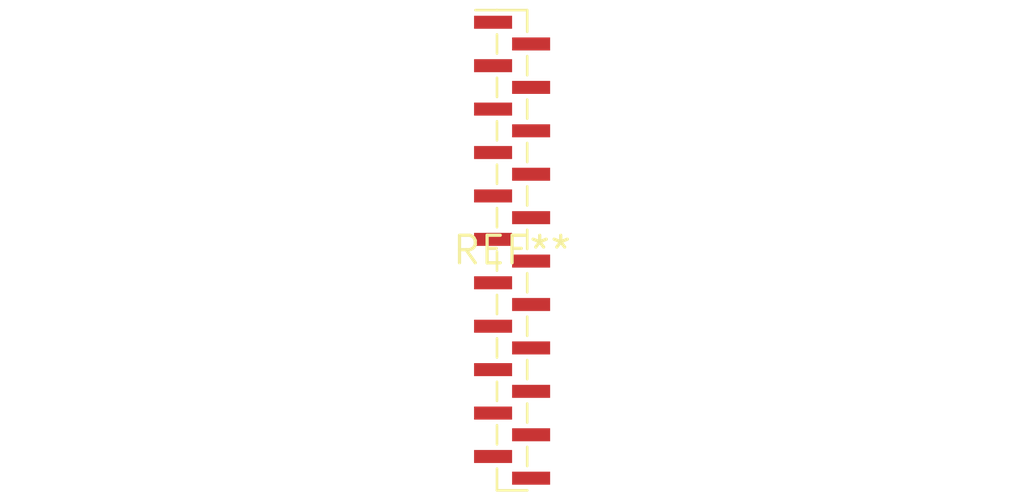
<source format=kicad_pcb>
(kicad_pcb (version 20240108) (generator pcbnew)
  (layers (0 "F.Cu" signal) (31 "B.Cu" signal) (34 "B.Paste" user) (35 "F.Paste" user) (36 "B.SilkS" user "B.Silkscreen") (37 "F.SilkS" user "F.Silkscreen") (38 "B.Mask" user) (39 "F.Mask" user) (44 "Edge.Cuts" user))
  (net 0 "")
  (footprint "PinHeader_1x22_P1.00mm_Vertical_SMD_Pin1Left" (layer "F.Cu") (at 0 0)
    (property "Reference" "REF**")
    (property "Value" "PinHeader_1x22_P1.00mm_Vertical_SMD_Pin1Left")
    (fp_line (start -0.695 -11.06) (end -1.69 -11.06) (layer "F.SilkS") (stroke (width 0.12)))
    (fp_line (start -0.695 -11.06) (end -0.695 -11.06) (layer "F.SilkS") (stroke (width 0.12)))
    (fp_line (start -0.695 -11.06) (end 0.695 -11.06) (layer "F.SilkS") (stroke (width 0.12)))
    (fp_line (start -0.695 -9.94) (end -0.695 -9.06) (layer "F.SilkS") (stroke (width 0.12)))
    (fp_line (start -0.695 -7.94) (end -0.695 -7.06) (layer "F.SilkS") (stroke (width 0.12)))
    (fp_line (start -0.695 -5.94) (end -0.695 -5.06) (layer "F.SilkS") (stroke (width 0.12)))
    (fp_line (start -0.695 -3.94) (end -0.695 -3.06) (layer "F.SilkS") (stroke (width 0.12)))
    (fp_line (start -0.695 -1.94) (end -0.695 -1.06) (layer "F.SilkS") (stroke (width 0.12)))
    (fp_line (start -0.695 0.06) (end -0.695 0.94) (layer "F.SilkS") (stroke (width 0.12)))
    (fp_line (start -0.695 2.06) (end -0.695 2.94) (layer "F.SilkS") (stroke (width 0.12)))
    (fp_line (start -0.695 4.06) (end -0.695 4.94) (layer "F.SilkS") (stroke (width 0.12)))
    (fp_line (start -0.695 6.06) (end -0.695 6.94) (layer "F.SilkS") (stroke (width 0.12)))
    (fp_line (start -0.695 8.06) (end -0.695 8.94) (layer "F.SilkS") (stroke (width 0.12)))
    (fp_line (start -0.695 10.06) (end -0.695 11.06) (layer "F.SilkS") (stroke (width 0.12)))
    (fp_line (start -0.695 11.06) (end 0.695 11.06) (layer "F.SilkS") (stroke (width 0.12)))
    (fp_line (start 0.695 -11.06) (end 0.695 -10.06) (layer "F.SilkS") (stroke (width 0.12)))
    (fp_line (start 0.695 -8.94) (end 0.695 -8.06) (layer "F.SilkS") (stroke (width 0.12)))
    (fp_line (start 0.695 -6.94) (end 0.695 -6.06) (layer "F.SilkS") (stroke (width 0.12)))
    (fp_line (start 0.695 -4.94) (end 0.695 -4.06) (layer "F.SilkS") (stroke (width 0.12)))
    (fp_line (start 0.695 -2.94) (end 0.695 -2.06) (layer "F.SilkS") (stroke (width 0.12)))
    (fp_line (start 0.695 -0.94) (end 0.695 -0.06) (layer "F.SilkS") (stroke (width 0.12)))
    (fp_line (start 0.695 1.06) (end 0.695 1.94) (layer "F.SilkS") (stroke (width 0.12)))
    (fp_line (start 0.695 3.06) (end 0.695 3.94) (layer "F.SilkS") (stroke (width 0.12)))
    (fp_line (start 0.695 5.06) (end 0.695 5.94) (layer "F.SilkS") (stroke (width 0.12)))
    (fp_line (start 0.695 7.06) (end 0.695 7.94) (layer "F.SilkS") (stroke (width 0.12)))
    (fp_line (start 0.695 9.06) (end 0.695 9.94) (layer "F.SilkS") (stroke (width 0.12)))
    (fp_line (start 0.695 11.06) (end 0.695 11.06) (layer "F.SilkS") (stroke (width 0.12)))
    (pad "1" smd rect (at -0.875 -10.5) (size 1.75 0.6) (layers "F.Cu" "F.Paste" "F.Mask"))
    (pad "2" smd rect (at 0.875 -9.5) (size 1.75 0.6) (layers "F.Cu" "F.Paste" "F.Mask"))
    (pad "3" smd rect (at -0.875 -8.5) (size 1.75 0.6) (layers "F.Cu" "F.Paste" "F.Mask"))
    (pad "4" smd rect (at 0.875 -7.5) (size 1.75 0.6) (layers "F.Cu" "F.Paste" "F.Mask"))
    (pad "5" smd rect (at -0.875 -6.5) (size 1.75 0.6) (layers "F.Cu" "F.Paste" "F.Mask"))
    (pad "6" smd rect (at 0.875 -5.5) (size 1.75 0.6) (layers "F.Cu" "F.Paste" "F.Mask"))
    (pad "7" smd rect (at -0.875 -4.5) (size 1.75 0.6) (layers "F.Cu" "F.Paste" "F.Mask"))
    (pad "8" smd rect (at 0.875 -3.5) (size 1.75 0.6) (layers "F.Cu" "F.Paste" "F.Mask"))
    (pad "9" smd rect (at -0.875 -2.5) (size 1.75 0.6) (layers "F.Cu" "F.Paste" "F.Mask"))
    (pad "10" smd rect (at 0.875 -1.5) (size 1.75 0.6) (layers "F.Cu" "F.Paste" "F.Mask"))
    (pad "11" smd rect (at -0.875 -0.5) (size 1.75 0.6) (layers "F.Cu" "F.Paste" "F.Mask"))
    (pad "12" smd rect (at 0.875 0.5) (size 1.75 0.6) (layers "F.Cu" "F.Paste" "F.Mask"))
    (pad "13" smd rect (at -0.875 1.5) (size 1.75 0.6) (layers "F.Cu" "F.Paste" "F.Mask"))
    (pad "14" smd rect (at 0.875 2.5) (size 1.75 0.6) (layers "F.Cu" "F.Paste" "F.Mask"))
    (pad "15" smd rect (at -0.875 3.5) (size 1.75 0.6) (layers "F.Cu" "F.Paste" "F.Mask"))
    (pad "16" smd rect (at 0.875 4.5) (size 1.75 0.6) (layers "F.Cu" "F.Paste" "F.Mask"))
    (pad "17" smd rect (at -0.875 5.5) (size 1.75 0.6) (layers "F.Cu" "F.Paste" "F.Mask"))
    (pad "18" smd rect (at 0.875 6.5) (size 1.75 0.6) (layers "F.Cu" "F.Paste" "F.Mask"))
    (pad "19" smd rect (at -0.875 7.5) (size 1.75 0.6) (layers "F.Cu" "F.Paste" "F.Mask"))
    (pad "20" smd rect (at 0.875 8.5) (size 1.75 0.6) (layers "F.Cu" "F.Paste" "F.Mask"))
    (pad "21" smd rect (at -0.875 9.5) (size 1.75 0.6) (layers "F.Cu" "F.Paste" "F.Mask"))
    (pad "22" smd rect (at 0.875 10.5) (size 1.75 0.6) (layers "F.Cu" "F.Paste" "F.Mask"))
  )
)
</source>
